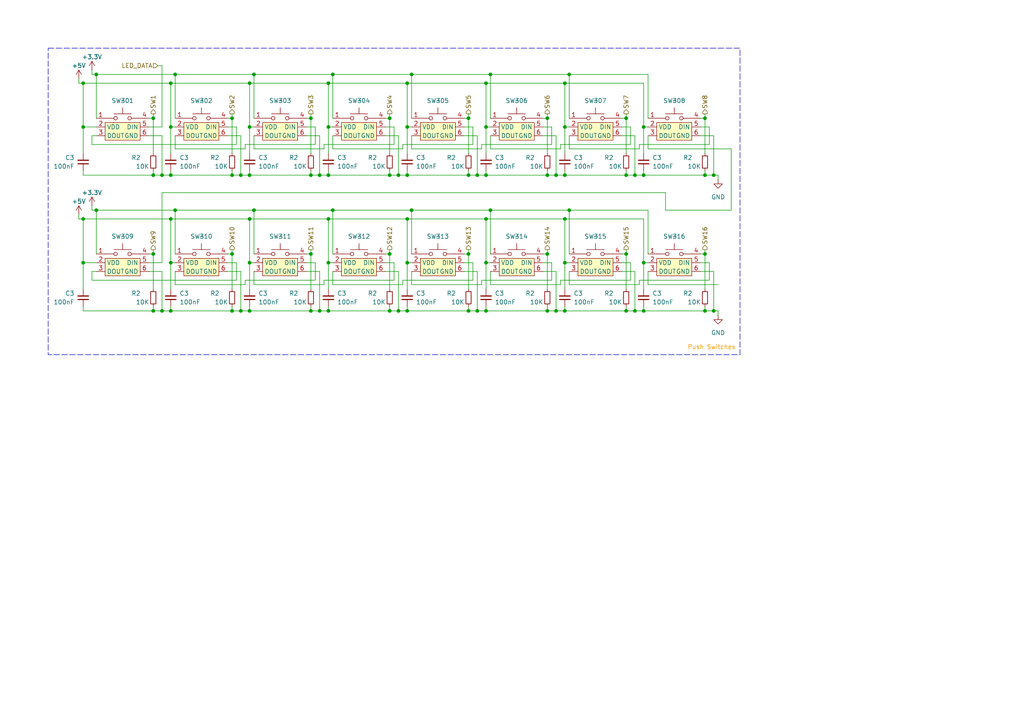
<source format=kicad_sch>
(kicad_sch (version 20230121) (generator eeschema)
  (paper "A4")
  (lib_symbols
    (symbol "CherryMX_SK6812-EC20:CherryMX_SK6812-EC20"
      (property "Reference" "SW" (at 0 0 0))
      (symbol "CherryMX_SK6812-EC20_0_1"
        (rectangle (start -5.08 -6.35) (end 5.08 -11.43) (fill (type background)))
        (polyline (pts (xy -5.08 -5.08) (xy -2.54 -5.08)))
        (polyline (pts (xy 2.54 -5.08) (xy 5.08 -5.08)))
      )
      (symbol "CherryMX_SK6812-EC20_1_1"
        (circle (center -2.032 -5.08) (radius 0.508))
        (polyline (pts (xy 0 -3.81) (xy 0 -2.032)))
        (polyline (pts (xy 2.54 -3.81) (xy -2.54 -3.81)))
        (circle (center 2.032 -5.08) (radius 0.508))
        (pin passive line (at -7.62 -5.08 0) (length 2.54) (name "~") (number "1"))
        (pin power_in line (at -7.62 -7.62 0) (length 2.54) (name "VDD") (number "2"))
        (pin output line (at -7.62 -10.16 0) (length 2.54) (name "DOUT") (number "3"))
        (pin passive line (at 7.62 -5.08 180) (length 2.54) (name "~") (number "4"))
        (pin input line (at 7.62 -7.62 180) (length 2.54) (name "DIN") (number "5"))
        (pin power_in line (at 7.62 -10.16 180) (length 2.54) (name "GND") (number "6"))
      )
    )
    (symbol "Device:C_Small" (pin_numbers hide) (pin_names (offset 0.254) hide)
      (property "Reference" "C" (at 0.254 1.778 0))
      (property "Value" "C_Small" (at 0.254 -2.032 0))
      (symbol "C_Small_0_1"
        (polyline (pts (xy -1.524 -0.508) (xy 1.524 -0.508)) (stroke (width 0.3302)))
        (polyline (pts (xy -1.524 0.508) (xy 1.524 0.508)) (stroke (width 0.3048)))
      )
      (symbol "C_Small_1_1"
        (pin passive line (at 0 2.54 270) (length 2.032) (name "~") (number "1"))
        (pin passive line (at 0 -2.54 90) (length 2.032) (name "~") (number "2"))
      )
    )
    (symbol "Device:R_Small" (pin_numbers hide) (pin_names (offset 0.254) hide)
      (property "Reference" "R" (at 0.762 0.508 0))
      (property "Value" "R_Small" (at 0.762 -1.016 0))
      (symbol "R_Small_0_1"
        (rectangle (start -0.762 1.778) (end 0.762 -1.778) (stroke (width 0.2032)))
      )
      (symbol "R_Small_1_1"
        (pin passive line (at 0 2.54 270) (length 0.762) (name "~") (number "1"))
        (pin passive line (at 0 -2.54 90) (length 0.762) (name "~") (number "2"))
      )
    )
    (symbol "power:+3.3V" (power) (pin_names (offset 0))
      (property "Value" "+3.3V" (at 0 3.556 0))
      (symbol "+3.3V_0_1"
        (polyline (pts (xy -0.762 1.27) (xy 0 2.54)))
        (polyline (pts (xy 0 0) (xy 0 2.54)))
        (polyline (pts (xy 0 2.54) (xy 0.762 1.27)))
      )
      (symbol "+3.3V_1_1"
        (pin power_in line (at 0 0 90) (length 0) hide (name "+3.3V") (number "1"))
      )
    )
    (symbol "power:+5V" (power) (pin_names (offset 0))
      (property "Value" "+5V" (at 0 3.556 0))
      (symbol "+5V_0_1"
        (polyline (pts (xy -0.762 1.27) (xy 0 2.54)))
        (polyline (pts (xy 0 0) (xy 0 2.54)))
        (polyline (pts (xy 0 2.54) (xy 0.762 1.27)))
      )
      (symbol "+5V_1_1"
        (pin power_in line (at 0 0 90) (length 0) hide (name "+5V") (number "1"))
      )
    )
    (symbol "power:GND" (power) (pin_names (offset 0))
      (property "Value" "GND" (at 0 -3.81 0))
      (symbol "GND_0_1"
        (polyline (pts (xy 0 0) (xy 0 -1.27) (xy 1.27 -1.27) (xy 0 -2.54) (xy -1.27 -1.27) (xy 0 -1.27)))
      )
      (symbol "GND_1_1"
        (pin power_in line (at 0 0 270) (length 0) hide (name "GND") (number "1"))
      )
    )
  )
  (junction (at 204.47 73.66))
  (junction (at 69.85 50.8))
  (junction (at 181.61 73.66))
  (junction (at 135.89 34.29))
  (junction (at 118.11 76.2))
  (junction (at 140.97 36.83))
  (junction (at 158.75 50.8))
  (junction (at 158.75 90.17))
  (junction (at 95.25 76.2))
  (junction (at 165.1 60.96))
  (junction (at 204.47 50.8))
  (junction (at 95.25 63.5))
  (junction (at 24.13 36.83))
  (junction (at 140.97 50.8))
  (junction (at 95.25 24.13))
  (junction (at 118.11 63.5))
  (junction (at 24.13 24.13))
  (junction (at 142.24 21.59))
  (junction (at 165.1 21.59))
  (junction (at 92.71 50.8))
  (junction (at 49.53 90.17))
  (junction (at 140.97 90.17))
  (junction (at 72.39 50.8))
  (junction (at 27.94 60.96))
  (junction (at 46.99 90.17))
  (junction (at 135.89 73.66))
  (junction (at 72.39 90.17))
  (junction (at 113.03 73.66))
  (junction (at 72.39 63.5))
  (junction (at 44.45 34.29))
  (junction (at 50.8 21.59))
  (junction (at 118.11 24.13))
  (junction (at 113.03 90.17))
  (junction (at 113.03 34.29))
  (junction (at 184.15 90.17))
  (junction (at 67.31 34.29))
  (junction (at 95.25 36.83))
  (junction (at 95.25 90.17))
  (junction (at 73.66 60.96))
  (junction (at 72.39 76.2))
  (junction (at 181.61 34.29))
  (junction (at 138.43 90.17))
  (junction (at 115.57 90.17))
  (junction (at 67.31 90.17))
  (junction (at 119.38 60.96))
  (junction (at 96.52 21.59))
  (junction (at 50.8 60.96))
  (junction (at 161.29 50.8))
  (junction (at 119.38 21.59))
  (junction (at 186.69 50.8))
  (junction (at 49.53 76.2))
  (junction (at 90.17 73.66))
  (junction (at 163.83 24.13))
  (junction (at 90.17 90.17))
  (junction (at 46.99 50.8))
  (junction (at 140.97 76.2))
  (junction (at 49.53 63.5))
  (junction (at 73.66 21.59))
  (junction (at 113.03 50.8))
  (junction (at 44.45 73.66))
  (junction (at 161.29 90.17))
  (junction (at 186.69 36.83))
  (junction (at 163.83 36.83))
  (junction (at 118.11 90.17))
  (junction (at 95.25 50.8))
  (junction (at 49.53 36.83))
  (junction (at 163.83 50.8))
  (junction (at 90.17 34.29))
  (junction (at 92.71 90.17))
  (junction (at 67.31 50.8))
  (junction (at 69.85 90.17))
  (junction (at 138.43 50.8))
  (junction (at 44.45 90.17))
  (junction (at 135.89 90.17))
  (junction (at 24.13 76.2))
  (junction (at 72.39 36.83))
  (junction (at 44.45 50.8))
  (junction (at 204.47 90.17))
  (junction (at 207.01 50.8))
  (junction (at 118.11 50.8))
  (junction (at 115.57 50.8))
  (junction (at 27.94 21.59))
  (junction (at 181.61 50.8))
  (junction (at 186.69 76.2))
  (junction (at 24.13 63.5))
  (junction (at 204.47 34.29))
  (junction (at 163.83 90.17))
  (junction (at 90.17 50.8))
  (junction (at 72.39 24.13))
  (junction (at 186.69 90.17))
  (junction (at 49.53 50.8))
  (junction (at 181.61 90.17))
  (junction (at 96.52 60.96))
  (junction (at 158.75 34.29))
  (junction (at 140.97 24.13))
  (junction (at 163.83 76.2))
  (junction (at 142.24 60.96))
  (junction (at 67.31 73.66))
  (junction (at 163.83 63.5))
  (junction (at 158.75 73.66))
  (junction (at 140.97 63.5))
  (junction (at 118.11 36.83))
  (junction (at 135.89 50.8))
  (junction (at 207.01 90.17))
  (junction (at 184.15 50.8))
  (junction (at 49.53 24.13))
  (wire (pts (xy 185.42 82.55) (xy 165.1 82.55)))
  (wire (pts (xy 186.69 36.83) (xy 186.69 24.13)))
  (wire (pts (xy 116.84 82.55) (xy 96.52 82.55)))
  (wire (pts (xy 139.7 43.18) (xy 119.38 43.18)))
  (wire (pts (xy 142.24 34.29) (xy 142.24 21.59)))
  (wire (pts (xy 92.71 39.37) (xy 92.71 50.8)))
  (wire (pts (xy 26.67 20.32) (xy 26.67 21.59)))
  (wire (pts (xy 113.03 34.29) (xy 113.03 44.45)))
  (wire (pts (xy 135.89 34.29) (xy 135.89 44.45)))
  (wire (pts (xy 204.47 34.29) (xy 204.47 44.45)))
  (wire (pts (xy 163.83 63.5) (xy 163.83 76.2)))
  (wire (pts (xy 185.42 41.91) (xy 185.42 43.18)))
  (wire (pts (xy 95.25 36.83) (xy 96.52 36.83)))
  (wire (pts (xy 163.83 36.83) (xy 163.83 44.45)))
  (wire (pts (xy 186.69 36.83) (xy 187.96 36.83)))
  (wire (pts (xy 26.67 81.28) (xy 68.58 81.28)))
  (wire (pts (xy 187.96 34.29) (xy 187.96 21.59)))
  (wire (pts (xy 92.71 78.74) (xy 92.71 90.17)))
  (wire (pts (xy 26.67 41.91) (xy 68.58 41.91)))
  (wire (pts (xy 90.17 90.17) (xy 92.71 90.17)))
  (wire (pts (xy 73.66 21.59) (xy 96.52 21.59)))
  (wire (pts (xy 50.8 39.37) (xy 50.8 43.18)))
  (wire (pts (xy 24.13 76.2) (xy 24.13 83.82)))
  (wire (pts (xy 72.39 63.5) (xy 95.25 63.5)))
  (wire (pts (xy 111.76 39.37) (xy 115.57 39.37)))
  (wire (pts (xy 140.97 24.13) (xy 163.83 24.13)))
  (wire (pts (xy 135.89 50.8) (xy 138.43 50.8)))
  (wire (pts (xy 118.11 76.2) (xy 119.38 76.2)))
  (wire (pts (xy 163.83 24.13) (xy 163.83 36.83)))
  (wire (pts (xy 26.67 59.69) (xy 26.67 60.96)))
  (wire (pts (xy 50.8 21.59) (xy 73.66 21.59)))
  (wire (pts (xy 90.17 73.66) (xy 90.17 83.82)))
  (wire (pts (xy 180.34 36.83) (xy 182.88 36.83)))
  (wire (pts (xy 67.31 88.9) (xy 67.31 90.17)))
  (wire (pts (xy 46.99 39.37) (xy 46.99 50.8)))
  (wire (pts (xy 163.83 50.8) (xy 181.61 50.8)))
  (wire (pts (xy 113.03 72.39) (xy 113.03 73.66)))
  (wire (pts (xy 50.8 60.96) (xy 50.8 73.66)))
  (wire (pts (xy 204.47 49.53) (xy 204.47 50.8)))
  (wire (pts (xy 158.75 88.9) (xy 158.75 90.17)))
  (wire (pts (xy 118.11 76.2) (xy 118.11 63.5)))
  (wire (pts (xy 205.74 41.91) (xy 185.42 41.91)))
  (wire (pts (xy 67.31 49.53) (xy 67.31 50.8)))
  (wire (pts (xy 119.38 34.29) (xy 119.38 21.59)))
  (wire (pts (xy 207.01 39.37) (xy 207.01 50.8)))
  (wire (pts (xy 160.02 41.91) (xy 139.7 41.91)))
  (wire (pts (xy 115.57 90.17) (xy 118.11 90.17)))
  (wire (pts (xy 163.83 88.9) (xy 163.83 90.17)))
  (wire (pts (xy 119.38 60.96) (xy 142.24 60.96)))
  (wire (pts (xy 140.97 36.83) (xy 140.97 44.45)))
  (wire (pts (xy 157.48 73.66) (xy 158.75 73.66)))
  (wire (pts (xy 91.44 81.28) (xy 91.44 76.2)))
  (wire (pts (xy 95.25 63.5) (xy 118.11 63.5)))
  (wire (pts (xy 49.53 24.13) (xy 49.53 36.83)))
  (wire (pts (xy 44.45 73.66) (xy 44.45 72.39)))
  (wire (pts (xy 46.99 55.88) (xy 193.04 55.88)))
  (wire (pts (xy 203.2 73.66) (xy 204.47 73.66)))
  (wire (pts (xy 161.29 39.37) (xy 161.29 50.8)))
  (wire (pts (xy 90.17 49.53) (xy 90.17 50.8)))
  (wire (pts (xy 163.83 49.53) (xy 163.83 50.8)))
  (wire (pts (xy 161.29 90.17) (xy 163.83 90.17)))
  (wire (pts (xy 95.25 36.83) (xy 95.25 44.45)))
  (wire (pts (xy 66.04 39.37) (xy 69.85 39.37)))
  (wire (pts (xy 44.45 49.53) (xy 44.45 50.8)))
  (wire (pts (xy 91.44 41.91) (xy 91.44 36.83)))
  (wire (pts (xy 135.89 73.66) (xy 135.89 83.82)))
  (wire (pts (xy 119.38 39.37) (xy 119.38 43.18)))
  (wire (pts (xy 204.47 73.66) (xy 204.47 83.82)))
  (wire (pts (xy 158.75 72.39) (xy 158.75 73.66)))
  (wire (pts (xy 162.56 81.28) (xy 182.88 81.28)))
  (wire (pts (xy 138.43 39.37) (xy 138.43 50.8)))
  (wire (pts (xy 204.47 33.02) (xy 204.47 34.29)))
  (wire (pts (xy 93.98 41.91) (xy 93.98 43.18)))
  (wire (pts (xy 72.39 76.2) (xy 73.66 76.2)))
  (wire (pts (xy 118.11 90.17) (xy 135.89 90.17)))
  (wire (pts (xy 67.31 50.8) (xy 69.85 50.8)))
  (wire (pts (xy 138.43 50.8) (xy 140.97 50.8)))
  (wire (pts (xy 24.13 88.9) (xy 24.13 90.17)))
  (wire (pts (xy 95.25 49.53) (xy 95.25 50.8)))
  (wire (pts (xy 139.7 41.91) (xy 139.7 43.18)))
  (wire (pts (xy 207.01 50.8) (xy 208.28 50.8)))
  (wire (pts (xy 134.62 73.66) (xy 135.89 73.66)))
  (wire (pts (xy 22.86 24.13) (xy 24.13 24.13)))
  (wire (pts (xy 181.61 73.66) (xy 181.61 83.82)))
  (wire (pts (xy 50.8 60.96) (xy 73.66 60.96)))
  (wire (pts (xy 44.45 50.8) (xy 46.99 50.8)))
  (wire (pts (xy 161.29 78.74) (xy 161.29 90.17)))
  (wire (pts (xy 140.97 76.2) (xy 140.97 83.82)))
  (wire (pts (xy 165.1 43.18) (xy 165.1 39.37)))
  (wire (pts (xy 95.25 76.2) (xy 95.25 83.82)))
  (wire (pts (xy 113.03 50.8) (xy 115.57 50.8)))
  (wire (pts (xy 205.74 36.83) (xy 205.74 41.91)))
  (wire (pts (xy 158.75 50.8) (xy 161.29 50.8)))
  (wire (pts (xy 185.42 43.18) (xy 165.1 43.18)))
  (wire (pts (xy 91.44 76.2) (xy 88.9 76.2)))
  (wire (pts (xy 118.11 36.83) (xy 119.38 36.83)))
  (wire (pts (xy 72.39 24.13) (xy 95.25 24.13)))
  (wire (pts (xy 66.04 73.66) (xy 67.31 73.66)))
  (wire (pts (xy 72.39 49.53) (xy 72.39 50.8)))
  (wire (pts (xy 163.83 76.2) (xy 163.83 83.82)))
  (wire (pts (xy 88.9 34.29) (xy 90.17 34.29)))
  (wire (pts (xy 113.03 33.02) (xy 113.03 34.29)))
  (wire (pts (xy 24.13 50.8) (xy 44.45 50.8)))
  (wire (pts (xy 93.98 81.28) (xy 114.3 81.28)))
  (wire (pts (xy 95.25 88.9) (xy 95.25 90.17)))
  (wire (pts (xy 204.47 50.8) (xy 207.01 50.8)))
  (wire (pts (xy 142.24 78.74) (xy 142.24 82.55)))
  (wire (pts (xy 118.11 63.5) (xy 140.97 63.5)))
  (wire (pts (xy 140.97 36.83) (xy 142.24 36.83)))
  (wire (pts (xy 96.52 73.66) (xy 96.52 60.96)))
  (wire (pts (xy 140.97 76.2) (xy 142.24 76.2)))
  (wire (pts (xy 67.31 90.17) (xy 69.85 90.17)))
  (wire (pts (xy 203.2 78.74) (xy 207.01 78.74)))
  (wire (pts (xy 160.02 36.83) (xy 160.02 41.91)))
  (wire (pts (xy 71.12 43.18) (xy 71.12 41.91)))
  (wire (pts (xy 116.84 43.18) (xy 96.52 43.18)))
  (wire (pts (xy 182.88 81.28) (xy 182.88 76.2)))
  (wire (pts (xy 111.76 73.66) (xy 113.03 73.66)))
  (wire (pts (xy 69.85 50.8) (xy 72.39 50.8)))
  (wire (pts (xy 26.67 39.37) (xy 26.67 41.91)))
  (wire (pts (xy 157.48 34.29) (xy 158.75 34.29)))
  (wire (pts (xy 135.89 72.39) (xy 135.89 73.66)))
  (wire (pts (xy 71.12 81.28) (xy 91.44 81.28)))
  (wire (pts (xy 160.02 76.2) (xy 160.02 81.28)))
  (wire (pts (xy 66.04 78.74) (xy 69.85 78.74)))
  (wire (pts (xy 90.17 34.29) (xy 90.17 44.45)))
  (wire (pts (xy 187.96 82.55) (xy 208.28 82.55)))
  (wire (pts (xy 181.61 33.02) (xy 181.61 34.29)))
  (wire (pts (xy 142.24 43.18) (xy 162.56 43.18)))
  (wire (pts (xy 116.84 41.91) (xy 116.84 43.18)))
  (wire (pts (xy 113.03 73.66) (xy 113.03 83.82)))
  (wire (pts (xy 158.75 33.02) (xy 158.75 34.29)))
  (wire (pts (xy 187.96 78.74) (xy 187.96 82.55)))
  (wire (pts (xy 184.15 90.17) (xy 186.69 90.17)))
  (wire (pts (xy 139.7 82.55) (xy 119.38 82.55)))
  (wire (pts (xy 26.67 78.74) (xy 26.67 81.28)))
  (wire (pts (xy 88.9 78.74) (xy 92.71 78.74)))
  (wire (pts (xy 114.3 41.91) (xy 114.3 36.83)))
  (wire (pts (xy 24.13 24.13) (xy 49.53 24.13)))
  (wire (pts (xy 184.15 78.74) (xy 184.15 90.17)))
  (wire (pts (xy 68.58 81.28) (xy 68.58 76.2)))
  (wire (pts (xy 73.66 43.18) (xy 93.98 43.18)))
  (wire (pts (xy 24.13 24.13) (xy 24.13 36.83)))
  (wire (pts (xy 27.94 21.59) (xy 27.94 34.29)))
  (wire (pts (xy 186.69 44.45) (xy 186.69 36.83)))
  (wire (pts (xy 43.18 34.29) (xy 44.45 34.29)))
  (wire (pts (xy 142.24 60.96) (xy 165.1 60.96)))
  (wire (pts (xy 139.7 81.28) (xy 139.7 82.55)))
  (wire (pts (xy 140.97 50.8) (xy 158.75 50.8)))
  (wire (pts (xy 46.99 19.05) (xy 46.99 36.83)))
  (wire (pts (xy 187.96 39.37) (xy 187.96 43.18)))
  (wire (pts (xy 72.39 76.2) (xy 72.39 83.82)))
  (wire (pts (xy 203.2 36.83) (xy 205.74 36.83)))
  (wire (pts (xy 162.56 82.55) (xy 162.56 81.28)))
  (wire (pts (xy 119.38 78.74) (xy 119.38 82.55)))
  (wire (pts (xy 184.15 39.37) (xy 184.15 50.8)))
  (wire (pts (xy 186.69 76.2) (xy 186.69 63.5)))
  (wire (pts (xy 157.48 36.83) (xy 160.02 36.83)))
  (wire (pts (xy 140.97 63.5) (xy 140.97 76.2)))
  (wire (pts (xy 43.18 36.83) (xy 46.99 36.83)))
  (wire (pts (xy 67.31 33.02) (xy 67.31 34.29)))
  (wire (pts (xy 96.52 60.96) (xy 119.38 60.96)))
  (wire (pts (xy 69.85 90.17) (xy 72.39 90.17)))
  (wire (pts (xy 90.17 88.9) (xy 90.17 90.17)))
  (wire (pts (xy 165.1 21.59) (xy 187.96 21.59)))
  (wire (pts (xy 66.04 34.29) (xy 67.31 34.29)))
  (wire (pts (xy 140.97 49.53) (xy 140.97 50.8)))
  (wire (pts (xy 157.48 76.2) (xy 160.02 76.2)))
  (wire (pts (xy 43.18 76.2) (xy 46.99 76.2)))
  (wire (pts (xy 44.45 34.29) (xy 44.45 33.02)))
  (wire (pts (xy 181.61 34.29) (xy 181.61 44.45)))
  (wire (pts (xy 157.48 39.37) (xy 161.29 39.37)))
  (wire (pts (xy 95.25 76.2) (xy 96.52 76.2)))
  (wire (pts (xy 49.53 63.5) (xy 49.53 76.2)))
  (wire (pts (xy 68.58 76.2) (xy 66.04 76.2)))
  (wire (pts (xy 138.43 78.74) (xy 138.43 90.17)))
  (wire (pts (xy 27.94 60.96) (xy 50.8 60.96)))
  (wire (pts (xy 207.01 90.17) (xy 208.28 90.17)))
  (wire (pts (xy 49.53 63.5) (xy 72.39 63.5)))
  (wire (pts (xy 44.45 34.29) (xy 44.45 44.45)))
  (wire (pts (xy 135.89 49.53) (xy 135.89 50.8)))
  (wire (pts (xy 137.16 36.83) (xy 137.16 41.91)))
  (wire (pts (xy 185.42 81.28) (xy 185.42 82.55)))
  (wire (pts (xy 181.61 72.39) (xy 181.61 73.66)))
  (wire (pts (xy 142.24 39.37) (xy 142.24 43.18)))
  (wire (pts (xy 137.16 76.2) (xy 137.16 81.28)))
  (wire (pts (xy 26.67 60.96) (xy 27.94 60.96)))
  (wire (pts (xy 204.47 90.17) (xy 207.01 90.17)))
  (wire (pts (xy 73.66 82.55) (xy 93.98 82.55)))
  (wire (pts (xy 186.69 76.2) (xy 187.96 76.2)))
  (wire (pts (xy 68.58 36.83) (xy 66.04 36.83)))
  (wire (pts (xy 135.89 88.9) (xy 135.89 90.17)))
  (wire (pts (xy 45.72 19.05) (xy 46.99 19.05)))
  (wire (pts (xy 50.8 76.2) (xy 49.53 76.2)))
  (wire (pts (xy 49.53 50.8) (xy 67.31 50.8)))
  (wire (pts (xy 27.94 78.74) (xy 26.67 78.74)))
  (wire (pts (xy 67.31 34.29) (xy 67.31 44.45)))
  (wire (pts (xy 204.47 88.9) (xy 204.47 90.17)))
  (wire (pts (xy 22.86 62.23) (xy 22.86 63.5)))
  (wire (pts (xy 158.75 90.17) (xy 161.29 90.17)))
  (wire (pts (xy 92.71 50.8) (xy 95.25 50.8)))
  (wire (pts (xy 140.97 24.13) (xy 140.97 36.83)))
  (wire (pts (xy 43.18 39.37) (xy 46.99 39.37)))
  (wire (pts (xy 158.75 34.29) (xy 158.75 44.45)))
  (wire (pts (xy 203.2 76.2) (xy 205.74 76.2)))
  (wire (pts (xy 161.29 50.8) (xy 163.83 50.8)))
  (wire (pts (xy 134.62 34.29) (xy 135.89 34.29)))
  (wire (pts (xy 69.85 78.74) (xy 69.85 90.17)))
  (wire (pts (xy 69.85 39.37) (xy 69.85 50.8)))
  (wire (pts (xy 24.13 49.53) (xy 24.13 50.8)))
  (wire (pts (xy 163.83 36.83) (xy 165.1 36.83)))
  (wire (pts (xy 22.86 63.5) (xy 24.13 63.5)))
  (wire (pts (xy 96.52 34.29) (xy 96.52 21.59)))
  (wire (pts (xy 115.57 39.37) (xy 115.57 50.8)))
  (wire (pts (xy 95.25 63.5) (xy 95.25 76.2)))
  (wire (pts (xy 138.43 90.17) (xy 140.97 90.17)))
  (wire (pts (xy 142.24 82.55) (xy 162.56 82.55)))
  (wire (pts (xy 71.12 82.55) (xy 71.12 81.28)))
  (wire (pts (xy 73.66 34.29) (xy 73.66 21.59)))
  (wire (pts (xy 142.24 21.59) (xy 165.1 21.59)))
  (wire (pts (xy 72.39 36.83) (xy 73.66 36.83)))
  (wire (pts (xy 49.53 36.83) (xy 49.53 44.45)))
  (wire (pts (xy 163.83 90.17) (xy 181.61 90.17)))
  (wire (pts (xy 187.96 43.18) (xy 212.09 43.18)))
  (wire (pts (xy 186.69 90.17) (xy 204.47 90.17)))
  (wire (pts (xy 180.34 34.29) (xy 181.61 34.29)))
  (wire (pts (xy 22.86 22.86) (xy 22.86 24.13)))
  (wire (pts (xy 162.56 41.91) (xy 182.88 41.91)))
  (wire (pts (xy 90.17 72.39) (xy 90.17 73.66)))
  (wire (pts (xy 134.62 76.2) (xy 137.16 76.2)))
  (wire (pts (xy 181.61 49.53) (xy 181.61 50.8)))
  (wire (pts (xy 49.53 24.13) (xy 72.39 24.13)))
  (wire (pts (xy 212.09 43.18) (xy 212.09 60.96)))
  (wire (pts (xy 180.34 76.2) (xy 182.88 76.2)))
  (wire (pts (xy 205.74 81.28) (xy 185.42 81.28)))
  (wire (pts (xy 180.34 78.74) (xy 184.15 78.74)))
  (wire (pts (xy 114.3 76.2) (xy 111.76 76.2)))
  (wire (pts (xy 88.9 73.66) (xy 90.17 73.66)))
  (wire (pts (xy 50.8 82.55) (xy 71.12 82.55)))
  (wire (pts (xy 24.13 76.2) (xy 27.94 76.2)))
  (wire (pts (xy 73.66 39.37) (xy 73.66 43.18)))
  (wire (pts (xy 208.28 52.07) (xy 208.28 50.8)))
  (wire (pts (xy 93.98 41.91) (xy 114.3 41.91)))
  (wire (pts (xy 27.94 21.59) (xy 50.8 21.59)))
  (wire (pts (xy 72.39 90.17) (xy 90.17 90.17)))
  (wire (pts (xy 187.96 73.66) (xy 187.96 60.96)))
  (wire (pts (xy 165.1 73.66) (xy 165.1 60.96)))
  (wire (pts (xy 96.52 82.55) (xy 96.52 78.74)))
  (wire (pts (xy 140.97 63.5) (xy 163.83 63.5)))
  (wire (pts (xy 72.39 88.9) (xy 72.39 90.17)))
  (wire (pts (xy 24.13 63.5) (xy 24.13 76.2)))
  (wire (pts (xy 44.45 88.9) (xy 44.45 90.17)))
  (wire (pts (xy 118.11 50.8) (xy 135.89 50.8)))
  (wire (pts (xy 118.11 36.83) (xy 118.11 24.13)))
  (wire (pts (xy 118.11 49.53) (xy 118.11 50.8)))
  (wire (pts (xy 137.16 81.28) (xy 116.84 81.28)))
  (wire (pts (xy 165.1 82.55) (xy 165.1 78.74)))
  (wire (pts (xy 113.03 49.53) (xy 113.03 50.8)))
  (wire (pts (xy 44.45 73.66) (xy 44.45 83.82)))
  (wire (pts (xy 24.13 36.83) (xy 27.94 36.83)))
  (wire (pts (xy 135.89 33.02) (xy 135.89 34.29)))
  (wire (pts (xy 186.69 49.53) (xy 186.69 50.8)))
  (wire (pts (xy 92.71 90.17) (xy 95.25 90.17)))
  (wire (pts (xy 46.99 90.17) (xy 49.53 90.17)))
  (wire (pts (xy 24.13 90.17) (xy 44.45 90.17)))
  (wire (pts (xy 118.11 88.9) (xy 118.11 90.17)))
  (wire (pts (xy 205.74 76.2) (xy 205.74 81.28)))
  (wire (pts (xy 111.76 78.74) (xy 115.57 78.74)))
  (wire (pts (xy 72.39 63.5) (xy 72.39 76.2)))
  (wire (pts (xy 163.83 76.2) (xy 165.1 76.2)))
  (wire (pts (xy 96.52 43.18) (xy 96.52 39.37)))
  (wire (pts (xy 49.53 49.53) (xy 49.53 50.8)))
  (wire (pts (xy 46.99 55.88) (xy 46.99 76.2)))
  (wire (pts (xy 90.17 33.02) (xy 90.17 34.29)))
  (wire (pts (xy 113.03 90.17) (xy 115.57 90.17)))
  (wire (pts (xy 140.97 88.9) (xy 140.97 90.17)))
  (wire (pts (xy 95.25 24.13) (xy 95.25 36.83)))
  (wire (pts (xy 118.11 83.82) (xy 118.11 76.2)))
  (wire (pts (xy 113.03 88.9) (xy 113.03 90.17)))
  (wire (pts (xy 204.47 72.39) (xy 204.47 73.66)))
  (wire (pts (xy 212.09 60.96) (xy 193.04 60.96)))
  (wire (pts (xy 119.38 73.66) (xy 119.38 60.96)))
  (wire (pts (xy 134.62 36.83) (xy 137.16 36.83)))
  (wire (pts (xy 115.57 50.8) (xy 118.11 50.8)))
  (wire (pts (xy 134.62 78.74) (xy 138.43 78.74)))
  (wire (pts (xy 72.39 24.13) (xy 72.39 36.83)))
  (wire (pts (xy 88.9 39.37) (xy 92.71 39.37)))
  (wire (pts (xy 96.52 21.59) (xy 119.38 21.59)))
  (wire (pts (xy 43.18 73.66) (xy 44.45 73.66)))
  (wire (pts (xy 43.18 78.74) (xy 46.99 78.74)))
  (wire (pts (xy 67.31 73.66) (xy 67.31 83.82)))
  (wire (pts (xy 165.1 34.29) (xy 165.1 21.59)))
  (wire (pts (xy 95.25 24.13) (xy 118.11 24.13)))
  (wire (pts (xy 73.66 60.96) (xy 96.52 60.96)))
  (wire (pts (xy 186.69 88.9) (xy 186.69 90.17)))
  (wire (pts (xy 163.83 24.13) (xy 186.69 24.13)))
  (wire (pts (xy 90.17 50.8) (xy 92.71 50.8)))
  (wire (pts (xy 158.75 73.66) (xy 158.75 83.82)))
  (wire (pts (xy 24.13 36.83) (xy 24.13 44.45)))
  (wire (pts (xy 181.61 88.9) (xy 181.61 90.17)))
  (wire (pts (xy 142.24 73.66) (xy 142.24 60.96)))
  (wire (pts (xy 46.99 50.8) (xy 49.53 50.8)))
  (wire (pts (xy 181.61 90.17) (xy 184.15 90.17)))
  (wire (pts (xy 114.3 81.28) (xy 114.3 76.2)))
  (wire (pts (xy 72.39 36.83) (xy 72.39 44.45)))
  (wire (pts (xy 71.12 41.91) (xy 91.44 41.91)))
  (wire (pts (xy 49.53 90.17) (xy 67.31 90.17)))
  (wire (pts (xy 26.67 21.59) (xy 27.94 21.59)))
  (wire (pts (xy 118.11 44.45) (xy 118.11 36.83)))
  (wire (pts (xy 49.53 76.2) (xy 49.53 83.82)))
  (wire (pts (xy 68.58 41.91) (xy 68.58 36.83)))
  (wire (pts (xy 50.8 78.74) (xy 50.8 82.55)))
  (wire (pts (xy 27.94 39.37) (xy 26.67 39.37)))
  (wire (pts (xy 181.61 50.8) (xy 184.15 50.8)))
  (wire (pts (xy 182.88 41.91) (xy 182.88 36.83)))
  (wire (pts (xy 162.56 43.18) (xy 162.56 41.91)))
  (wire (pts (xy 72.39 50.8) (xy 90.17 50.8)))
  (wire (pts (xy 46.99 78.74) (xy 46.99 90.17)))
  (wire (pts (xy 95.25 50.8) (xy 113.03 50.8)))
  (wire (pts (xy 157.48 78.74) (xy 161.29 78.74)))
  (wire (pts (xy 93.98 81.28) (xy 93.98 82.55)))
  (wire (pts (xy 193.04 60.96) (xy 193.04 55.88)))
  (wire (pts (xy 119.38 21.59) (xy 142.24 21.59)))
  (wire (pts (xy 24.13 63.5) (xy 49.53 63.5)))
  (wire (pts (xy 180.34 73.66) (xy 181.61 73.66)))
  (wire (pts (xy 114.3 36.83) (xy 111.76 36.83)))
  (wire (pts (xy 50.8 43.18) (xy 71.12 43.18)))
  (wire (pts (xy 160.02 81.28) (xy 139.7 81.28)))
  (wire (pts (xy 134.62 39.37) (xy 138.43 39.37)))
  (wire (pts (xy 163.83 63.5) (xy 186.69 63.5)))
  (wire (pts (xy 111.76 34.29) (xy 113.03 34.29)))
  (wire (pts (xy 186.69 50.8) (xy 204.47 50.8)))
  (wire (pts (xy 50.8 36.83) (xy 49.53 36.83)))
  (wire (pts (xy 67.31 72.39) (xy 67.31 73.66)))
  (wire (pts (xy 49.53 88.9) (xy 49.53 90.17)))
  (wire (pts (xy 165.1 60.96) (xy 187.96 60.96)))
  (wire (pts (xy 115.57 78.74) (xy 115.57 90.17)))
  (wire (pts (xy 137.16 41.91) (xy 116.84 41.91)))
  (wire (pts (xy 135.89 90.17) (xy 138.43 90.17)))
  (wire (pts (xy 140.97 90.17) (xy 158.75 90.17)))
  (wire (pts (xy 207.01 78.74) (xy 207.01 90.17)))
  (wire (pts (xy 44.45 90.17) (xy 46.99 90.17)))
  (wire (pts (xy 91.44 36.83) (xy 88.9 36.83)))
  (wire (pts (xy 50.8 21.59) (xy 50.8 34.29)))
  (wire (pts (xy 158.75 49.53) (xy 158.75 50.8)))
  (wire (pts (xy 118.11 24.13) (xy 140.97 24.13)))
  (wire (pts (xy 186.69 83.82) (xy 186.69 76.2)))
  (wire (pts (xy 27.94 60.96) (xy 27.94 73.66)))
  (wire (pts (xy 208.28 91.44) (xy 208.28 90.17)))
  (wire (pts (xy 95.25 90.17) (xy 113.03 90.17)))
  (wire (pts (xy 116.84 81.28) (xy 116.84 82.55)))
  (wire (pts (xy 180.34 39.37) (xy 184.15 39.37)))
  (wire (pts (xy 203.2 39.37) (xy 207.01 39.37)))
  (wire (pts (xy 184.15 50.8) (xy 186.69 50.8)))
  (wire (pts (xy 73.66 78.74) (xy 73.66 82.55)))
  (wire (pts (xy 73.66 73.66) (xy 73.66 60.96)))
  (wire (pts (xy 203.2 34.29) (xy 204.47 34.29)))
  (rectangle (start 13.97 13.97) (end 214.63 102.87) (stroke (width 0) (type dash)))
  (text "Push Switches" (at 199.39 101.6 0) (effects (font (size 1.27 1.27)) (justify left bottom)))
  (hierarchical_label "SW15" (shape output) (at 181.61 72.39 90))
  (hierarchical_label "SW9" (shape output) (at 44.45 72.39 90))
  (hierarchical_label "SW1" (shape output) (at 44.45 33.02 90))
  (hierarchical_label "SW5" (shape output) (at 135.89 33.02 90))
  (hierarchical_label "LED_DATA" (shape input) (at 45.72 19.05 180))
  (hierarchical_label "SW4" (shape output) (at 113.03 33.02 90))
  (hierarchical_label "SW7" (shape output) (at 181.61 33.02 90))
  (hierarchical_label "SW14" (shape output) (at 158.75 72.39 90))
  (hierarchical_label "SW2" (shape output) (at 67.31 33.02 90))
  (hierarchical_label "SW11" (shape output) (at 90.17 72.39 90))
  (hierarchical_label "SW12" (shape output) (at 113.03 72.39 90))
  (hierarchical_label "SW16" (shape output) (at 204.47 72.39 90))
  (hierarchical_label "SW3" (shape output) (at 90.17 33.02 90))
  (hierarchical_label "SW13" (shape output) (at 135.89 72.39 90))
  (hierarchical_label "SW6" (shape output) (at 158.75 33.02 90))
  (hierarchical_label "SW10" (shape output) (at 67.31 72.39 90))
  (hierarchical_label "SW8" (shape output) (at 204.47 33.02 90))
  (symbol (lib_id "CherryMX_SK6812-EC20:CherryMX_SK6812-EC20") (at 104.14 29.21 0) (unit 1)
    (property "Reference" "SW304" (at 104.14 29.21 0))
    (property "Value" "~" (at 104.14 29.21 0))
    (property "Footprint" "Adam_Custom_Footprints:CherryMX_1.00u_PCB_SK6812-EC20" (effects hide))
    (property "Datasheet" "https://datasheet.lcsc.com/lcsc/2110250930_OPSCO-Optoelectronics-SK6812-EC20_C2909058.pdf" (effects hide))
    (property "LCSC" "C2909058" (effects hide))
  )
  (symbol (lib_id "Device:C_Small") (at 24.13 46.99 180) (unit 1)
    (property "Reference" "C3" (at 21.59 45.72 0) (effects (justify left)))
    (property "Value" "100nF" (at 21.59 48.26 0) (effects (justify left)))
    (property "Footprint" "Capacitor_SMD:C_0603_1608Metric" (effects hide))
    (property "LCSC" "C14663" (effects hide))
    (instances (project "Universal Control Box" (path "" (reference "C3") (unit 1)) (path "" (reference "C301") (unit 1))) (project "Doorbell" (path "" (reference "C4") (unit 1))))
  )
  (symbol (lib_id "Device:C_Small") (at 140.97 46.99 0) (mirror x) (unit 1)
    (property "Reference" "C3" (at 143.51 45.72 0) (effects (justify left)))
    (property "Value" "100nF" (at 143.51 48.26 0) (effects (justify left)))
    (property "Footprint" "Capacitor_SMD:C_0603_1608Metric" (effects hide))
    (property "LCSC" "C14663" (effects hide))
    (instances (project "Universal Control Box" (path "" (reference "C3") (unit 1)) (path "" (reference "C306") (unit 1))) (project "Doorbell" (path "" (reference "C4") (unit 1))))
  )
  (symbol (lib_id "CherryMX_SK6812-EC20:CherryMX_SK6812-EC20") (at 172.72 68.58 0) (unit 1)
    (property "Reference" "SW315" (at 172.72 68.58 0))
    (property "Value" "~" (at 172.72 68.58 0))
    (property "Footprint" "Adam_Custom_Footprints:CherryMX_1.00u_PCB_SK6812-EC20" (effects hide))
    (property "Datasheet" "https://datasheet.lcsc.com/lcsc/2110250930_OPSCO-Optoelectronics-SK6812-EC20_C2909058.pdf" (effects hide))
    (property "LCSC" "C2909058" (effects hide))
  )
  (symbol (lib_id "Device:R_Small") (at 181.61 86.36 0) (unit 1)
    (property "Reference" "R2" (at 175.26 85.09 0) (effects (justify left)))
    (property "Value" "10K" (at 176.53 87.63 0) (effects (justify left)))
    (property "Footprint" "Resistor_SMD:R_0603_1608Metric" (effects hide))
    (property "LCSC" "C25804" (effects hide))
    (instances (project "Universal Control Box" (path "" (reference "R2") (unit 1)) (path "" (reference "R315") (unit 1))) (project "Doorbell" (path "" (reference "R3") (unit 1))))
  )
  (symbol (lib_id "Device:R_Small") (at 90.17 86.36 0) (unit 1)
    (property "Reference" "R2" (at 83.82 85.09 0) (effects (justify left)))
    (property "Value" "10K" (at 85.09 87.63 0) (effects (justify left)))
    (property "Footprint" "Resistor_SMD:R_0603_1608Metric" (effects hide))
    (property "LCSC" "C25804" (effects hide))
    (instances (project "Universal Control Box" (path "" (reference "R2") (unit 1)) (path "" (reference "R311") (unit 1))) (project "Doorbell" (path "" (reference "R3") (unit 1))))
  )
  (symbol (lib_id "power:+5V") (at 22.86 62.23 0) (unit 1)
    (property "Reference" "#PWR08" (effects hide))
    (property "Value" "+5V" (at 22.86 58.42 0))
    (instances (project "Universal Control Box" (path "" (reference "#PWR08") (unit 1)) (path "" (reference "#PWR0302") (unit 1))))
  )
  (symbol (lib_id "Device:C_Small") (at 186.69 46.99 0) (mirror x) (unit 1)
    (property "Reference" "C3" (at 189.23 45.72 0) (effects (justify left)))
    (property "Value" "100nF" (at 189.23 48.26 0) (effects (justify left)))
    (property "Footprint" "Capacitor_SMD:C_0603_1608Metric" (effects hide))
    (property "LCSC" "C14663" (effects hide))
    (instances (project "Universal Control Box" (path "" (reference "C3") (unit 1)) (path "" (reference "C308") (unit 1))) (project "Doorbell" (path "" (reference "C4") (unit 1))))
  )
  (symbol (lib_id "power:+3.3V") (at 26.67 20.32 0) (unit 1)
    (property "Reference" "#PWR032" (effects hide))
    (property "Value" "+3.3V" (at 26.67 16.51 0))
    (instances (project "Universal Control Box" (path "" (reference "#PWR032") (unit 1)) (path "" (reference "#PWR0303") (unit 1))) (project "Doorbell" (path "" (reference "#PWR019") (unit 1))))
  )
  (symbol (lib_id "Device:R_Small") (at 204.47 46.99 0) (unit 1)
    (property "Reference" "R2" (at 198.12 45.72 0) (effects (justify left)))
    (property "Value" "10K" (at 199.39 48.26 0) (effects (justify left)))
    (property "Footprint" "Resistor_SMD:R_0603_1608Metric" (effects hide))
    (property "LCSC" "C25804" (effects hide))
    (instances (project "Universal Control Box" (path "" (reference "R2") (unit 1)) (path "" (reference "R308") (unit 1))) (project "Doorbell" (path "" (reference "R3") (unit 1))))
  )
  (symbol (lib_id "CherryMX_SK6812-EC20:CherryMX_SK6812-EC20") (at 149.86 68.58 0) (unit 1)
    (property "Reference" "SW314" (at 149.86 68.58 0))
    (property "Value" "~" (at 149.86 68.58 0))
    (property "Footprint" "Adam_Custom_Footprints:CherryMX_1.00u_PCB_SK6812-EC20" (effects hide))
    (property "Datasheet" "https://datasheet.lcsc.com/lcsc/2110250930_OPSCO-Optoelectronics-SK6812-EC20_C2909058.pdf" (effects hide))
    (property "LCSC" "C2909058" (effects hide))
  )
  (symbol (lib_id "CherryMX_SK6812-EC20:CherryMX_SK6812-EC20") (at 81.28 68.58 0) (unit 1)
    (property "Reference" "SW311" (at 81.28 68.58 0))
    (property "Value" "~" (at 81.28 68.58 0))
    (property "Footprint" "Adam_Custom_Footprints:CherryMX_1.00u_PCB_SK6812-EC20" (effects hide))
    (property "Datasheet" "https://datasheet.lcsc.com/lcsc/2110250930_OPSCO-Optoelectronics-SK6812-EC20_C2909058.pdf" (effects hide))
    (property "LCSC" "C2909058" (effects hide))
  )
  (symbol (lib_id "Device:C_Small") (at 95.25 46.99 0) (mirror x) (unit 1)
    (property "Reference" "C3" (at 97.79 45.72 0) (effects (justify left)))
    (property "Value" "100nF" (at 97.79 48.26 0) (effects (justify left)))
    (property "Footprint" "Capacitor_SMD:C_0603_1608Metric" (effects hide))
    (property "LCSC" "C14663" (effects hide))
    (instances (project "Universal Control Box" (path "" (reference "C3") (unit 1)) (path "" (reference "C304") (unit 1))) (project "Doorbell" (path "" (reference "C4") (unit 1))))
  )
  (symbol (lib_id "Device:C_Small") (at 49.53 46.99 0) (mirror x) (unit 1)
    (property "Reference" "C3" (at 52.07 45.72 0) (effects (justify left)))
    (property "Value" "100nF" (at 52.07 48.26 0) (effects (justify left)))
    (property "Footprint" "Capacitor_SMD:C_0603_1608Metric" (effects hide))
    (property "LCSC" "C14663" (effects hide))
    (instances (project "Universal Control Box" (path "" (reference "C3") (unit 1)) (path "" (reference "C303") (unit 1))) (project "Doorbell" (path "" (reference "C4") (unit 1))))
  )
  (symbol (lib_id "Device:R_Small") (at 67.31 86.36 0) (unit 1)
    (property "Reference" "R2" (at 60.96 85.09 0) (effects (justify left)))
    (property "Value" "10K" (at 62.23 87.63 0) (effects (justify left)))
    (property "Footprint" "Resistor_SMD:R_0603_1608Metric" (effects hide))
    (property "LCSC" "C25804" (effects hide))
    (instances (project "Universal Control Box" (path "" (reference "R2") (unit 1)) (path "" (reference "R310") (unit 1))) (project "Doorbell" (path "" (reference "R3") (unit 1))))
  )
  (symbol (lib_id "Device:R_Small") (at 113.03 86.36 0) (unit 1)
    (property "Reference" "R2" (at 106.68 85.09 0) (effects (justify left)))
    (property "Value" "10K" (at 107.95 87.63 0) (effects (justify left)))
    (property "Footprint" "Resistor_SMD:R_0603_1608Metric" (effects hide))
    (property "LCSC" "C25804" (effects hide))
    (instances (project "Universal Control Box" (path "" (reference "R2") (unit 1)) (path "" (reference "R312") (unit 1))) (project "Doorbell" (path "" (reference "R3") (unit 1))))
  )
  (symbol (lib_id "Device:C_Small") (at 140.97 86.36 0) (mirror x) (unit 1)
    (property "Reference" "C3" (at 143.51 85.09 0) (effects (justify left)))
    (property "Value" "100nF" (at 143.51 87.63 0) (effects (justify left)))
    (property "Footprint" "Capacitor_SMD:C_0603_1608Metric" (effects hide))
    (property "LCSC" "C14663" (effects hide))
    (instances (project "Universal Control Box" (path "" (reference "C3") (unit 1)) (path "" (reference "C314") (unit 1))) (project "Doorbell" (path "" (reference "C4") (unit 1))))
  )
  (symbol (lib_id "Device:C_Small") (at 118.11 46.99 0) (mirror x) (unit 1)
    (property "Reference" "C3" (at 120.65 45.72 0) (effects (justify left)))
    (property "Value" "100nF" (at 120.65 48.26 0) (effects (justify left)))
    (property "Footprint" "Capacitor_SMD:C_0603_1608Metric" (effects hide))
    (property "LCSC" "C14663" (effects hide))
    (instances (project "Universal Control Box" (path "" (reference "C3") (unit 1)) (path "" (reference "C305") (unit 1))) (project "Doorbell" (path "" (reference "C4") (unit 1))))
  )
  (symbol (lib_id "CherryMX_SK6812-EC20:CherryMX_SK6812-EC20") (at 81.28 29.21 0) (unit 1)
    (property "Reference" "SW303" (at 81.28 29.21 0))
    (property "Value" "~" (at 81.28 29.21 0))
    (property "Footprint" "Adam_Custom_Footprints:CherryMX_1.00u_PCB_SK6812-EC20" (effects hide))
    (property "Datasheet" "https://datasheet.lcsc.com/lcsc/2110250930_OPSCO-Optoelectronics-SK6812-EC20_C2909058.pdf" (effects hide))
    (property "LCSC" "C2909058" (effects hide))
  )
  (symbol (lib_id "Device:C_Small") (at 72.39 86.36 0) (mirror x) (unit 1)
    (property "Reference" "C3" (at 74.93 85.09 0) (effects (justify left)))
    (property "Value" "100nF" (at 74.93 87.63 0) (effects (justify left)))
    (property "Footprint" "Capacitor_SMD:C_0603_1608Metric" (effects hide))
    (property "LCSC" "C14663" (effects hide))
    (instances (project "Universal Control Box" (path "" (reference "C3") (unit 1)) (path "" (reference "C311") (unit 1))) (project "Doorbell" (path "" (reference "C4") (unit 1))))
  )
  (symbol (lib_id "Device:C_Small") (at 95.25 86.36 0) (mirror x) (unit 1)
    (property "Reference" "C3" (at 97.79 85.09 0) (effects (justify left)))
    (property "Value" "100nF" (at 97.79 87.63 0) (effects (justify left)))
    (property "Footprint" "Capacitor_SMD:C_0603_1608Metric" (effects hide))
    (property "LCSC" "C14663" (effects hide))
    (instances (project "Universal Control Box" (path "" (reference "C3") (unit 1)) (path "" (reference "C312") (unit 1))) (project "Doorbell" (path "" (reference "C4") (unit 1))))
  )
  (symbol (lib_id "CherryMX_SK6812-EC20:CherryMX_SK6812-EC20") (at 58.42 68.58 0) (unit 1)
    (property "Reference" "SW310" (at 58.42 68.58 0))
    (property "Value" "~" (at 58.42 68.58 0))
    (property "Footprint" "Adam_Custom_Footprints:CherryMX_1.00u_PCB_SK6812-EC20" (effects hide))
    (property "Datasheet" "https://datasheet.lcsc.com/lcsc/2110250930_OPSCO-Optoelectronics-SK6812-EC20_C2909058.pdf" (effects hide))
    (property "LCSC" "C2909058" (effects hide))
  )
  (symbol (lib_id "Device:R_Small") (at 181.61 46.99 0) (unit 1)
    (property "Reference" "R2" (at 175.26 45.72 0) (effects (justify left)))
    (property "Value" "10K" (at 176.53 48.26 0) (effects (justify left)))
    (property "Footprint" "Resistor_SMD:R_0603_1608Metric" (effects hide))
    (property "LCSC" "C25804" (effects hide))
    (instances (project "Universal Control Box" (path "" (reference "R2") (unit 1)) (path "" (reference "R307") (unit 1))) (project "Doorbell" (path "" (reference "R3") (unit 1))))
  )
  (symbol (lib_id "Device:C_Small") (at 118.11 86.36 0) (mirror x) (unit 1)
    (property "Reference" "C3" (at 120.65 85.09 0) (effects (justify left)))
    (property "Value" "100nF" (at 120.65 87.63 0) (effects (justify left)))
    (property "Footprint" "Capacitor_SMD:C_0603_1608Metric" (effects hide))
    (property "LCSC" "C14663" (effects hide))
    (instances (project "Universal Control Box" (path "" (reference "C3") (unit 1)) (path "" (reference "C313") (unit 1))) (project "Doorbell" (path "" (reference "C4") (unit 1))))
  )
  (symbol (lib_id "CherryMX_SK6812-EC20:CherryMX_SK6812-EC20") (at 35.56 29.21 0) (unit 1)
    (property "Reference" "SW301" (at 35.56 29.21 0))
    (property "Value" "~" (at 35.56 29.21 0))
    (property "Footprint" "Adam_Custom_Footprints:CherryMX_1.00u_PCB_SK6812-EC20" (effects hide))
    (property "Datasheet" "https://datasheet.lcsc.com/lcsc/2110250930_OPSCO-Optoelectronics-SK6812-EC20_C2909058.pdf" (effects hide))
    (property "LCSC" "C2909058" (effects hide))
  )
  (symbol (lib_id "Device:R_Small") (at 67.31 46.99 0) (unit 1)
    (property "Reference" "R2" (at 60.96 45.72 0) (effects (justify left)))
    (property "Value" "10K" (at 62.23 48.26 0) (effects (justify left)))
    (property "Footprint" "Resistor_SMD:R_0603_1608Metric" (effects hide))
    (property "LCSC" "C25804" (effects hide))
    (instances (project "Universal Control Box" (path "" (reference "R2") (unit 1)) (path "" (reference "R302") (unit 1))) (project "Doorbell" (path "" (reference "R3") (unit 1))))
  )
  (symbol (lib_id "Device:R_Small") (at 90.17 46.99 0) (unit 1)
    (property "Reference" "R2" (at 83.82 45.72 0) (effects (justify left)))
    (property "Value" "10K" (at 85.09 48.26 0) (effects (justify left)))
    (property "Footprint" "Resistor_SMD:R_0603_1608Metric" (effects hide))
    (property "LCSC" "C25804" (effects hide))
    (instances (project "Universal Control Box" (path "" (reference "R2") (unit 1)) (path "" (reference "R303") (unit 1))) (project "Doorbell" (path "" (reference "R3") (unit 1))))
  )
  (symbol (lib_id "power:GND") (at 208.28 52.07 0) (unit 1)
    (property "Reference" "#PWR034" (effects hide))
    (property "Value" "GND" (at 208.28 57.15 0))
    (instances (project "Universal Control Box" (path "" (reference "#PWR034") (unit 1)) (path "" (reference "#PWR0305") (unit 1))) (project "Doorbell" (path "" (reference "#PWR018") (unit 1))))
  )
  (symbol (lib_id "power:+5V") (at 22.86 22.86 0) (unit 1)
    (property "Reference" "#PWR08" (effects hide))
    (property "Value" "+5V" (at 22.86 19.05 0))
    (instances (project "Universal Control Box" (path "" (reference "#PWR08") (unit 1)) (path "" (reference "#PWR0301") (unit 1))))
  )
  (symbol (lib_id "Device:R_Small") (at 44.45 86.36 0) (unit 1)
    (property "Reference" "R2" (at 38.1 85.09 0) (effects (justify left)))
    (property "Value" "10K" (at 39.37 87.63 0) (effects (justify left)))
    (property "Footprint" "Resistor_SMD:R_0603_1608Metric" (effects hide))
    (property "LCSC" "C25804" (effects hide))
    (instances (project "Universal Control Box" (path "" (reference "R2") (unit 1)) (path "" (reference "R309") (unit 1))) (project "Doorbell" (path "" (reference "R3") (unit 1))))
  )
  (symbol (lib_id "CherryMX_SK6812-EC20:CherryMX_SK6812-EC20") (at 149.86 29.21 0) (unit 1)
    (property "Reference" "SW306" (at 149.86 29.21 0))
    (property "Value" "~" (at 149.86 29.21 0))
    (property "Footprint" "Adam_Custom_Footprints:CherryMX_1.00u_PCB_SK6812-EC20" (effects hide))
    (property "Datasheet" "https://datasheet.lcsc.com/lcsc/2110250930_OPSCO-Optoelectronics-SK6812-EC20_C2909058.pdf" (effects hide))
    (property "LCSC" "C2909058" (effects hide))
  )
  (symbol (lib_id "Device:R_Small") (at 158.75 86.36 0) (unit 1)
    (property "Reference" "R2" (at 152.4 85.09 0) (effects (justify left)))
    (property "Value" "10K" (at 153.67 87.63 0) (effects (justify left)))
    (property "Footprint" "Resistor_SMD:R_0603_1608Metric" (effects hide))
    (property "LCSC" "C25804" (effects hide))
    (instances (project "Universal Control Box" (path "" (reference "R2") (unit 1)) (path "" (reference "R314") (unit 1))) (project "Doorbell" (path "" (reference "R3") (unit 1))))
  )
  (symbol (lib_id "CherryMX_SK6812-EC20:CherryMX_SK6812-EC20") (at 35.56 68.58 0) (unit 1)
    (property "Reference" "SW309" (at 35.56 68.58 0))
    (property "Value" "~" (at 35.56 68.58 0))
    (property "Footprint" "Adam_Custom_Footprints:CherryMX_1.00u_PCB_SK6812-EC20" (effects hide))
    (property "Datasheet" "https://datasheet.lcsc.com/lcsc/2110250930_OPSCO-Optoelectronics-SK6812-EC20_C2909058.pdf" (effects hide))
    (property "LCSC" "C2909058" (effects hide))
  )
  (symbol (lib_id "Device:R_Small") (at 44.45 46.99 0) (unit 1)
    (property "Reference" "R2" (at 38.1 45.72 0) (effects (justify left)))
    (property "Value" "10K" (at 39.37 48.26 0) (effects (justify left)))
    (property "Footprint" "Resistor_SMD:R_0603_1608Metric" (effects hide))
    (property "LCSC" "C25804" (effects hide))
    (instances (project "Universal Control Box" (path "" (reference "R2") (unit 1)) (path "" (reference "R301") (unit 1))) (project "Doorbell" (path "" (reference "R3") (unit 1))))
  )
  (symbol (lib_id "CherryMX_SK6812-EC20:CherryMX_SK6812-EC20") (at 172.72 29.21 0) (unit 1)
    (property "Reference" "SW307" (at 172.72 29.21 0))
    (property "Value" "~" (at 172.72 29.21 0))
    (property "Footprint" "Adam_Custom_Footprints:CherryMX_1.00u_PCB_SK6812-EC20" (effects hide))
    (property "Datasheet" "https://datasheet.lcsc.com/lcsc/2110250930_OPSCO-Optoelectronics-SK6812-EC20_C2909058.pdf" (effects hide))
    (property "LCSC" "C2909058" (effects hide))
  )
  (symbol (lib_id "CherryMX_SK6812-EC20:CherryMX_SK6812-EC20") (at 195.58 29.21 0) (unit 1)
    (property "Reference" "SW308" (at 195.58 29.21 0))
    (property "Value" "~" (at 195.58 29.21 0))
    (property "Footprint" "Adam_Custom_Footprints:CherryMX_1.00u_PCB_SK6812-EC20" (effects hide))
    (property "Datasheet" "https://datasheet.lcsc.com/lcsc/2110250930_OPSCO-Optoelectronics-SK6812-EC20_C2909058.pdf" (effects hide))
    (property "LCSC" "C2909058" (effects hide))
  )
  (symbol (lib_id "Device:R_Small") (at 135.89 46.99 0) (unit 1)
    (property "Reference" "R2" (at 129.54 45.72 0) (effects (justify left)))
    (property "Value" "10K" (at 130.81 48.26 0) (effects (justify left)))
    (property "Footprint" "Resistor_SMD:R_0603_1608Metric" (effects hide))
    (property "LCSC" "C25804" (effects hide))
    (instances (project "Universal Control Box" (path "" (reference "R2") (unit 1)) (path "" (reference "R305") (unit 1))) (project "Doorbell" (path "" (reference "R3") (unit 1))))
  )
  (symbol (lib_id "Device:R_Small") (at 113.03 46.99 0) (unit 1)
    (property "Reference" "R2" (at 106.68 45.72 0) (effects (justify left)))
    (property "Value" "10K" (at 107.95 48.26 0) (effects (justify left)))
    (property "Footprint" "Resistor_SMD:R_0603_1608Metric" (effects hide))
    (property "LCSC" "C25804" (effects hide))
    (instances (project "Universal Control Box" (path "" (reference "R2") (unit 1)) (path "" (reference "R304") (unit 1))) (project "Doorbell" (path "" (reference "R3") (unit 1))))
  )
  (symbol (lib_id "Device:R_Small") (at 204.47 86.36 0) (unit 1)
    (property "Reference" "R2" (at 198.12 85.09 0) (effects (justify left)))
    (property "Value" "10K" (at 199.39 87.63 0) (effects (justify left)))
    (property "Footprint" "Resistor_SMD:R_0603_1608Metric" (effects hide))
    (property "LCSC" "C25804" (effects hide))
    (instances (project "Universal Control Box" (path "" (reference "R2") (unit 1)) (path "" (reference "R316") (unit 1))) (project "Doorbell" (path "" (reference "R3") (unit 1))))
  )
  (symbol (lib_id "power:GND") (at 208.28 91.44 0) (unit 1)
    (property "Reference" "#PWR034" (effects hide))
    (property "Value" "GND" (at 208.28 96.52 0))
    (instances (project "Universal Control Box" (path "" (reference "#PWR034") (unit 1)) (path "" (reference "#PWR0306") (unit 1))) (project "Doorbell" (path "" (reference "#PWR018") (unit 1))))
  )
  (symbol (lib_id "Device:C_Small") (at 186.69 86.36 0) (mirror x) (unit 1)
    (property "Reference" "C3" (at 189.23 85.09 0) (effects (justify left)))
    (property "Value" "100nF" (at 189.23 87.63 0) (effects (justify left)))
    (property "Footprint" "Capacitor_SMD:C_0603_1608Metric" (effects hide))
    (property "LCSC" "C14663" (effects hide))
    (instances (project "Universal Control Box" (path "" (reference "C3") (unit 1)) (path "" (reference "C316") (unit 1))) (project "Doorbell" (path "" (reference "C4") (unit 1))))
  )
  (symbol (lib_id "Device:C_Small") (at 24.13 86.36 180) (unit 1)
    (property "Reference" "C3" (at 21.59 85.09 0) (effects (justify left)))
    (property "Value" "100nF" (at 21.59 87.63 0) (effects (justify left)))
    (property "Footprint" "Capacitor_SMD:C_0603_1608Metric" (effects hide))
    (property "LCSC" "C14663" (effects hide))
    (instances (project "Universal Control Box" (path "" (reference "C3") (unit 1)) (path "" (reference "C309") (unit 1))) (project "Doorbell" (path "" (reference "C4") (unit 1))))
  )
  (symbol (lib_id "Device:C_Small") (at 163.83 46.99 0) (mirror x) (unit 1)
    (property "Reference" "C3" (at 166.37 45.72 0) (effects (justify left)))
    (property "Value" "100nF" (at 166.37 48.26 0) (effects (justify left)))
    (property "Footprint" "Capacitor_SMD:C_0603_1608Metric" (effects hide))
    (property "LCSC" "C14663" (effects hide))
    (instances (project "Universal Control Box" (path "" (reference "C3") (unit 1)) (path "" (reference "C307") (unit 1))) (project "Doorbell" (path "" (reference "C4") (unit 1))))
  )
  (symbol (lib_id "CherryMX_SK6812-EC20:CherryMX_SK6812-EC20") (at 104.14 68.58 0) (unit 1)
    (property "Reference" "SW312" (at 104.14 68.58 0))
    (property "Value" "~" (at 104.14 68.58 0))
    (property "Footprint" "Adam_Custom_Footprints:CherryMX_1.00u_PCB_SK6812-EC20" (effects hide))
    (property "Datasheet" "https://datasheet.lcsc.com/lcsc/2110250930_OPSCO-Optoelectronics-SK6812-EC20_C2909058.pdf" (effects hide))
    (property "LCSC" "C2909058" (effects hide))
  )
  (symbol (lib_id "power:+3.3V") (at 26.67 59.69 0) (unit 1)
    (property "Reference" "#PWR032" (effects hide))
    (property "Value" "+3.3V" (at 26.67 55.88 0))
    (instances (project "Universal Control Box" (path "" (reference "#PWR032") (unit 1)) (path "" (reference "#PWR0304") (unit 1))) (project "Doorbell" (path "" (reference "#PWR019") (unit 1))))
  )
  (symbol (lib_id "CherryMX_SK6812-EC20:CherryMX_SK6812-EC20") (at 195.58 68.58 0) (unit 1)
    (property "Reference" "SW316" (at 195.58 68.58 0))
    (property "Value" "~" (at 195.58 68.58 0))
    (property "Footprint" "Adam_Custom_Footprints:CherryMX_1.00u_PCB_SK6812-EC20" (effects hide))
    (property "Datasheet" "https://datasheet.lcsc.com/lcsc/2110250930_OPSCO-Optoelectronics-SK6812-EC20_C2909058.pdf" (effects hide))
    (property "LCSC" "C2909058" (effects hide))
  )
  (symbol (lib_id "CherryMX_SK6812-EC20:CherryMX_SK6812-EC20") (at 127 29.21 0) (unit 1)
    (property "Reference" "SW305" (at 127 29.21 0))
    (property "Value" "~" (at 127 29.21 0))
    (property "Footprint" "Adam_Custom_Footprints:CherryMX_1.00u_PCB_SK6812-EC20" (effects hide))
    (property "Datasheet" "https://datasheet.lcsc.com/lcsc/2110250930_OPSCO-Optoelectronics-SK6812-EC20_C2909058.pdf" (effects hide))
    (property "LCSC" "C2909058" (effects hide))
  )
  (symbol (lib_id "CherryMX_SK6812-EC20:CherryMX_SK6812-EC20") (at 127 68.58 0) (unit 1)
    (property "Reference" "SW313" (at 127 68.58 0))
    (property "Value" "~" (at 127 68.58 0))
    (property "Footprint" "Adam_Custom_Footprints:CherryMX_1.00u_PCB_SK6812-EC20" (effects hide))
    (property "Datasheet" "https://datasheet.lcsc.com/lcsc/2110250930_OPSCO-Optoelectronics-SK6812-EC20_C2909058.pdf" (effects hide))
    (property "LCSC" "C2909058" (effects hide))
  )
  (symbol (lib_id "Device:R_Small") (at 135.89 86.36 0) (unit 1)
    (property "Reference" "R2" (at 129.54 85.09 0) (effects (justify left)))
    (property "Value" "10K" (at 130.81 87.63 0) (effects (justify left)))
    (property "Footprint" "Resistor_SMD:R_0603_1608Metric" (effects hide))
    (property "LCSC" "C25804" (effects hide))
    (instances (project "Universal Control Box" (path "" (reference "R2") (unit 1)) (path "" (reference "R313") (unit 1))) (project "Doorbell" (path "" (reference "R3") (unit 1))))
  )
  (symbol (lib_id "Device:C_Small") (at 163.83 86.36 0) (mirror x) (unit 1)
    (property "Reference" "C3" (at 166.37 85.09 0) (effects (justify left)))
    (property "Value" "100nF" (at 166.37 87.63 0) (effects (justify left)))
    (property "Footprint" "Capacitor_SMD:C_0603_1608Metric" (effects hide))
    (property "LCSC" "C14663" (effects hide))
    (instances (project "Universal Control Box" (path "" (reference "C3") (unit 1)) (path "" (reference "C315") (unit 1))) (project "Doorbell" (path "" (reference "C4") (unit 1))))
  )
  (symbol (lib_id "Device:C_Small") (at 72.39 46.99 0) (mirror x) (unit 1)
    (property "Reference" "C3" (at 74.93 45.72 0) (effects (justify left)))
    (property "Value" "100nF" (at 74.93 48.26 0) (effects (justify left)))
    (property "Footprint" "Capacitor_SMD:C_0603_1608Metric" (effects hide))
    (property "LCSC" "C14663" (effects hide))
    (instances (project "Universal Control Box" (path "" (reference "C3") (unit 1)) (path "" (reference "C302") (unit 1))) (project "Doorbell" (path "" (reference "C4") (unit 1))))
  )
  (symbol (lib_id "Device:C_Small") (at 49.53 86.36 0) (mirror x) (unit 1)
    (property "Reference" "C3" (at 52.07 85.09 0) (effects (justify left)))
    (property "Value" "100nF" (at 52.07 87.63 0) (effects (justify left)))
    (property "Footprint" "Capacitor_SMD:C_0603_1608Metric" (effects hide))
    (property "LCSC" "C14663" (effects hide))
    (instances (project "Universal Control Box" (path "" (reference "C3") (unit 1)) (path "" (reference "C310") (unit 1))) (project "Doorbell" (path "" (reference "C4") (unit 1))))
  )
  (symbol (lib_id "Device:R_Small") (at 158.75 46.99 0) (unit 1)
    (property "Reference" "R2" (at 152.4 45.72 0) (effects (justify left)))
    (property "Value" "10K" (at 153.67 48.26 0) (effects (justify left)))
    (property "Footprint" "Resistor_SMD:R_0603_1608Metric" (effects hide))
    (property "LCSC" "C25804" (effects hide))
    (instances (project "Universal Control Box" (path "" (reference "R2") (unit 1)) (path "" (reference "R306") (unit 1))) (project "Doorbell" (path "" (reference "R3") (unit 1))))
  )
  (symbol (lib_id "CherryMX_SK6812-EC20:CherryMX_SK6812-EC20") (at 58.42 29.21 0) (unit 1)
    (property "Reference" "SW302" (at 58.42 29.21 0))
    (property "Value" "~" (at 58.42 29.21 0))
    (property "Footprint" "Adam_Custom_Footprints:CherryMX_1.00u_PCB_SK6812-EC20" (effects hide))
    (property "Datasheet" "https://datasheet.lcsc.com/lcsc/2110250930_OPSCO-Optoelectronics-SK6812-EC20_C2909058.pdf" (effects hide))
    (property "LCSC" "C2909058" (effects hide))
  )
)
</source>
